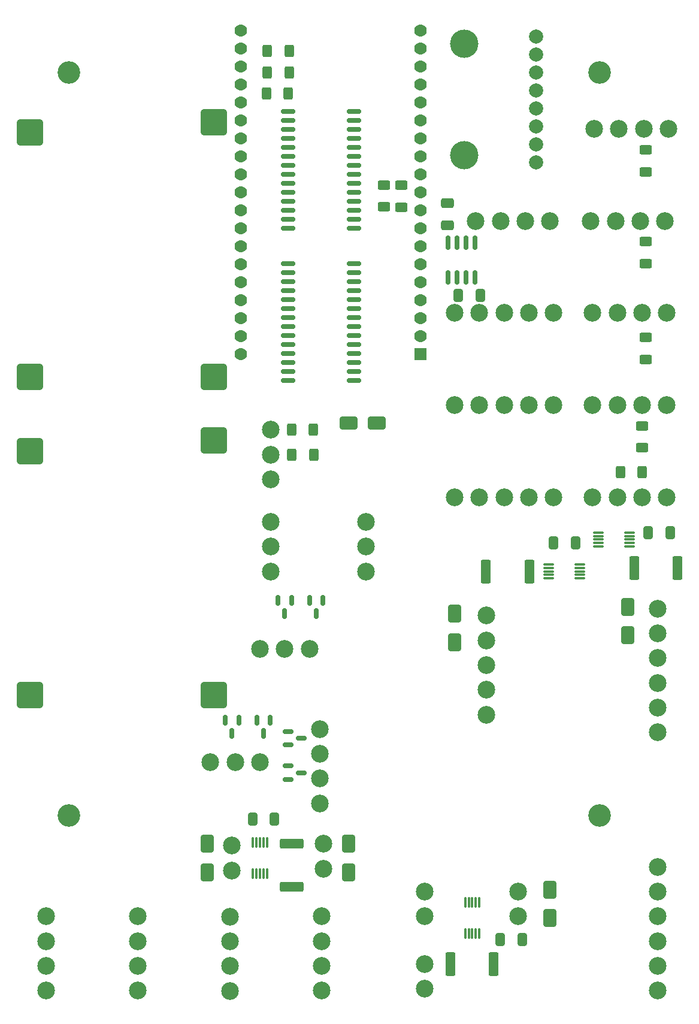
<source format=gbr>
%TF.GenerationSoftware,KiCad,Pcbnew,9.0.6*%
%TF.CreationDate,2025-12-23T13:14:00+01:00*%
%TF.ProjectId,MainBoard,4d61696e-426f-4617-9264-2e6b69636164,rev?*%
%TF.SameCoordinates,Original*%
%TF.FileFunction,Soldermask,Bot*%
%TF.FilePolarity,Negative*%
%FSLAX46Y46*%
G04 Gerber Fmt 4.6, Leading zero omitted, Abs format (unit mm)*
G04 Created by KiCad (PCBNEW 9.0.6) date 2025-12-23 13:14:00*
%MOMM*%
%LPD*%
G01*
G04 APERTURE LIST*
G04 Aperture macros list*
%AMRoundRect*
0 Rectangle with rounded corners*
0 $1 Rounding radius*
0 $2 $3 $4 $5 $6 $7 $8 $9 X,Y pos of 4 corners*
0 Add a 4 corners polygon primitive as box body*
4,1,4,$2,$3,$4,$5,$6,$7,$8,$9,$2,$3,0*
0 Add four circle primitives for the rounded corners*
1,1,$1+$1,$2,$3*
1,1,$1+$1,$4,$5*
1,1,$1+$1,$6,$7*
1,1,$1+$1,$8,$9*
0 Add four rect primitives between the rounded corners*
20,1,$1+$1,$2,$3,$4,$5,0*
20,1,$1+$1,$4,$5,$6,$7,0*
20,1,$1+$1,$6,$7,$8,$9,0*
20,1,$1+$1,$8,$9,$2,$3,0*%
G04 Aperture macros list end*
%ADD10C,2.500000*%
%ADD11C,3.200000*%
%ADD12C,4.000000*%
%ADD13C,2.000000*%
%ADD14RoundRect,0.102000X0.780000X0.780000X-0.780000X0.780000X-0.780000X-0.780000X0.780000X-0.780000X0*%
%ADD15C,1.764000*%
%ADD16RoundRect,0.570000X1.330000X-1.330000X1.330000X1.330000X-1.330000X1.330000X-1.330000X-1.330000X0*%
%ADD17RoundRect,0.150000X-0.150000X0.587500X-0.150000X-0.587500X0.150000X-0.587500X0.150000X0.587500X0*%
%ADD18RoundRect,0.250000X-0.625000X0.400000X-0.625000X-0.400000X0.625000X-0.400000X0.625000X0.400000X0*%
%ADD19RoundRect,0.250000X-0.400000X-0.625000X0.400000X-0.625000X0.400000X0.625000X-0.400000X0.625000X0*%
%ADD20RoundRect,0.250000X0.625000X-0.400000X0.625000X0.400000X-0.625000X0.400000X-0.625000X-0.400000X0*%
%ADD21RoundRect,0.250000X-0.650000X1.000000X-0.650000X-1.000000X0.650000X-1.000000X0.650000X1.000000X0*%
%ADD22RoundRect,0.249999X0.450001X1.425001X-0.450001X1.425001X-0.450001X-1.425001X0.450001X-1.425001X0*%
%ADD23RoundRect,0.250000X0.400000X0.625000X-0.400000X0.625000X-0.400000X-0.625000X0.400000X-0.625000X0*%
%ADD24RoundRect,0.150000X-0.587500X-0.150000X0.587500X-0.150000X0.587500X0.150000X-0.587500X0.150000X0*%
%ADD25RoundRect,0.250000X-0.412500X-0.650000X0.412500X-0.650000X0.412500X0.650000X-0.412500X0.650000X0*%
%ADD26RoundRect,0.075000X-0.075000X0.650000X-0.075000X-0.650000X0.075000X-0.650000X0.075000X0.650000X0*%
%ADD27RoundRect,0.249999X-1.425001X0.450001X-1.425001X-0.450001X1.425001X-0.450001X1.425001X0.450001X0*%
%ADD28RoundRect,0.250000X0.650000X-0.412500X0.650000X0.412500X-0.650000X0.412500X-0.650000X-0.412500X0*%
%ADD29RoundRect,0.150000X0.875000X0.150000X-0.875000X0.150000X-0.875000X-0.150000X0.875000X-0.150000X0*%
%ADD30RoundRect,0.075000X0.650000X0.075000X-0.650000X0.075000X-0.650000X-0.075000X0.650000X-0.075000X0*%
%ADD31RoundRect,0.250000X1.000000X0.650000X-1.000000X0.650000X-1.000000X-0.650000X1.000000X-0.650000X0*%
%ADD32RoundRect,0.250000X0.412500X0.650000X-0.412500X0.650000X-0.412500X-0.650000X0.412500X-0.650000X0*%
%ADD33RoundRect,0.075000X-0.650000X-0.075000X0.650000X-0.075000X0.650000X0.075000X-0.650000X0.075000X0*%
%ADD34RoundRect,0.249999X-0.450001X-1.425001X0.450001X-1.425001X0.450001X1.425001X-0.450001X1.425001X0*%
%ADD35RoundRect,0.150000X0.150000X-0.825000X0.150000X0.825000X-0.150000X0.825000X-0.150000X-0.825000X0*%
G04 APERTURE END LIST*
D10*
%TO.C,J12*%
X62000000Y-131500000D03*
X65500000Y-131500000D03*
X69000000Y-131500000D03*
%TD*%
%TO.C,J16*%
X89500000Y-84000000D03*
X93000000Y-84000000D03*
X96500000Y-84000000D03*
X100000000Y-84000000D03*
X103500000Y-84000000D03*
%TD*%
%TO.C,J11*%
X55000000Y-147500000D03*
X58500000Y-147500000D03*
X62000000Y-147500000D03*
%TD*%
D11*
%TO.C,REF\u002A\u002A*%
X110000000Y-155000000D03*
%TD*%
D10*
%TO.C,J2*%
X57750000Y-179762500D03*
X57750000Y-176262500D03*
X57750000Y-172762500D03*
X57750000Y-169262500D03*
%TD*%
%TO.C,J3*%
X118250000Y-162250000D03*
X118250000Y-165750000D03*
X118250000Y-169250000D03*
X118250000Y-172750000D03*
X118250000Y-176250000D03*
X118250000Y-179750000D03*
%TD*%
D11*
%TO.C,REF\u002A\u002A*%
X35000000Y-50000000D03*
%TD*%
D10*
%TO.C,J25*%
X108750000Y-71000000D03*
X112250000Y-71000000D03*
X115750000Y-71000000D03*
X119250000Y-71000000D03*
%TD*%
%TO.C,J22*%
X63500000Y-107500000D03*
X63500000Y-104000000D03*
X63500000Y-100500000D03*
%TD*%
%TO.C,J24*%
X109237500Y-58000000D03*
X112737500Y-58000000D03*
X116237500Y-58000000D03*
X119737500Y-58000000D03*
%TD*%
%TO.C,J10*%
X58000000Y-162750000D03*
X58000000Y-159250000D03*
%TD*%
%TO.C,J17*%
X94000000Y-126750000D03*
X94000000Y-130250000D03*
X94000000Y-133750000D03*
X94000000Y-137250000D03*
X94000000Y-140750000D03*
%TD*%
%TO.C,J23*%
X89500000Y-110000000D03*
X93000000Y-110000000D03*
X96500000Y-110000000D03*
X100000000Y-110000000D03*
X103500000Y-110000000D03*
%TD*%
%TO.C,J7*%
X44750000Y-179750000D03*
X44750000Y-176250000D03*
X44750000Y-172750000D03*
X44750000Y-169250000D03*
%TD*%
%TO.C,J9*%
X71000000Y-162500000D03*
X71000000Y-159000000D03*
%TD*%
%TO.C,J13*%
X70500000Y-153262500D03*
X70500000Y-149762500D03*
X70500000Y-146262500D03*
X70500000Y-142762500D03*
%TD*%
%TO.C,J5*%
X98500000Y-169250000D03*
X98500000Y-165750000D03*
%TD*%
D11*
%TO.C,REF\u002A\u002A*%
X110000000Y-50000000D03*
%TD*%
D10*
%TO.C,J15*%
X92500000Y-71000000D03*
X96000000Y-71000000D03*
X99500000Y-71000000D03*
X103000000Y-71000000D03*
%TD*%
%TO.C,J27*%
X109000000Y-97000000D03*
X112500000Y-97000000D03*
X116000000Y-97000000D03*
X119500000Y-97000000D03*
%TD*%
%TO.C,J18*%
X118250000Y-125750000D03*
X118250000Y-129250000D03*
X118250000Y-132750000D03*
X118250000Y-136250000D03*
X118250000Y-139750000D03*
X118250000Y-143250000D03*
%TD*%
%TO.C,J19*%
X89500000Y-97000000D03*
X93000000Y-97000000D03*
X96500000Y-97000000D03*
X100000000Y-97000000D03*
X103500000Y-97000000D03*
%TD*%
%TO.C,J8*%
X31750000Y-179750000D03*
X31750000Y-176250000D03*
X31750000Y-172750000D03*
X31750000Y-169250000D03*
%TD*%
%TO.C,J1*%
X70750000Y-179750000D03*
X70750000Y-176250000D03*
X70750000Y-172750000D03*
X70750000Y-169250000D03*
%TD*%
%TO.C,J28*%
X109000000Y-110000000D03*
X112500000Y-110000000D03*
X116000000Y-110000000D03*
X119500000Y-110000000D03*
%TD*%
D12*
%TO.C,J20*%
X90856000Y-61734000D03*
X90856000Y-45986000D03*
D13*
X101016000Y-62750000D03*
X101016000Y-60210000D03*
X101016000Y-57670000D03*
X101016000Y-55130000D03*
X101016000Y-52590000D03*
X101016000Y-50050000D03*
X101016000Y-47510000D03*
X101016000Y-44970000D03*
%TD*%
D14*
%TO.C,U6*%
X84700000Y-89760000D03*
D15*
X84700000Y-87220000D03*
X84700000Y-84680000D03*
X84700000Y-82140000D03*
X84700000Y-79600000D03*
X84700000Y-77060000D03*
X84700000Y-74520000D03*
X84700000Y-71980000D03*
X84700000Y-69440000D03*
X84700000Y-66900000D03*
X84700000Y-64360000D03*
X84700000Y-61820000D03*
X84700000Y-59280000D03*
X84700000Y-56740000D03*
X84700000Y-54200000D03*
X84700000Y-51660000D03*
X84700000Y-49120000D03*
X84700000Y-46580000D03*
X84700000Y-44040000D03*
X59300000Y-89760000D03*
X59300000Y-87220000D03*
X59300000Y-84680000D03*
X59300000Y-82140000D03*
X59300000Y-79600000D03*
X59300000Y-77060000D03*
X59300000Y-74520000D03*
X59300000Y-71980000D03*
X59300000Y-69440000D03*
X59300000Y-66900000D03*
X59300000Y-64360000D03*
X59300000Y-61820000D03*
X59300000Y-59280000D03*
X59300000Y-56740000D03*
X59300000Y-54200000D03*
X59300000Y-51660000D03*
X59300000Y-49120000D03*
X59300000Y-46580000D03*
X59300000Y-44040000D03*
%TD*%
D10*
%TO.C,J6*%
X85250000Y-169250000D03*
X85250000Y-165750000D03*
%TD*%
%TO.C,J14*%
X63500000Y-120500000D03*
X63500000Y-117000000D03*
X63500000Y-113500000D03*
%TD*%
D16*
%TO.C,U4*%
X29500000Y-93000000D03*
X29500000Y-58500000D03*
X55500000Y-93000000D03*
X55500000Y-57000000D03*
%TD*%
%TO.C,U3*%
X29500000Y-138000000D03*
X29500000Y-103500000D03*
X55500000Y-138000000D03*
X55500000Y-102000000D03*
%TD*%
D11*
%TO.C,REF\u002A\u002A*%
X35000000Y-155000000D03*
%TD*%
D10*
%TO.C,J26*%
X109000000Y-84000000D03*
X112500000Y-84000000D03*
X116000000Y-84000000D03*
X119500000Y-84000000D03*
%TD*%
%TO.C,J21*%
X77000000Y-120500000D03*
X77000000Y-117000000D03*
X77000000Y-113500000D03*
%TD*%
%TO.C,J4*%
X85250000Y-179500000D03*
X85250000Y-176000000D03*
%TD*%
D17*
%TO.C,Q5*%
X61550000Y-141562500D03*
X63450000Y-141562500D03*
X62500000Y-143437500D03*
%TD*%
D18*
%TO.C,R6*%
X82000000Y-65950000D03*
X82000000Y-69050000D03*
%TD*%
D19*
%TO.C,R16*%
X112950000Y-106500000D03*
X116050000Y-106500000D03*
%TD*%
D20*
%TO.C,R12*%
X116500000Y-64050000D03*
X116500000Y-60950000D03*
%TD*%
D21*
%TO.C,D2*%
X74500000Y-159000000D03*
X74500000Y-163000000D03*
%TD*%
%TO.C,D3*%
X54500000Y-159000000D03*
X54500000Y-163000000D03*
%TD*%
%TO.C,D8*%
X89500000Y-126500000D03*
X89500000Y-130500000D03*
%TD*%
%TO.C,D1*%
X103000000Y-165500000D03*
X103000000Y-169500000D03*
%TD*%
D22*
%TO.C,R9*%
X121000000Y-120000000D03*
X114900000Y-120000000D03*
%TD*%
D23*
%TO.C,R5*%
X66000000Y-53000000D03*
X62900000Y-53000000D03*
%TD*%
D20*
%TO.C,R14*%
X116500000Y-90550000D03*
X116500000Y-87450000D03*
%TD*%
D24*
%TO.C,Q8*%
X66000000Y-149900000D03*
X66000000Y-148000000D03*
X67875000Y-148950000D03*
%TD*%
D25*
%TO.C,C2*%
X93125000Y-81500000D03*
X90000000Y-81500000D03*
%TD*%
D26*
%TO.C,U5*%
X61000000Y-158800000D03*
X61500000Y-158800000D03*
X62000000Y-158800000D03*
X62500000Y-158800000D03*
X63000000Y-158800000D03*
X63000000Y-163200000D03*
X62500000Y-163200000D03*
X62000000Y-163200000D03*
X61500000Y-163200000D03*
X61000000Y-163200000D03*
%TD*%
D25*
%TO.C,C4*%
X60937500Y-155500000D03*
X64062500Y-155500000D03*
%TD*%
D21*
%TO.C,D9*%
X114000000Y-125500000D03*
X114000000Y-129500000D03*
%TD*%
D17*
%TO.C,Q6*%
X64550000Y-124625000D03*
X66450000Y-124625000D03*
X65500000Y-126500000D03*
%TD*%
D27*
%TO.C,R2*%
X66500000Y-158950000D03*
X66500000Y-165050000D03*
%TD*%
D20*
%TO.C,R13*%
X116500000Y-77000000D03*
X116500000Y-73900000D03*
%TD*%
D28*
%TO.C,C1*%
X88500000Y-71562500D03*
X88500000Y-68437500D03*
%TD*%
D23*
%TO.C,R3*%
X66100000Y-47000000D03*
X63000000Y-47000000D03*
%TD*%
D20*
%TO.C,R15*%
X116000000Y-103050000D03*
X116000000Y-99950000D03*
%TD*%
D29*
%TO.C,U8*%
X75300000Y-55530000D03*
X75300000Y-56800000D03*
X75300000Y-58070000D03*
X75300000Y-59340000D03*
X75300000Y-60610000D03*
X75300000Y-61880000D03*
X75300000Y-63150000D03*
X75300000Y-64420000D03*
X75300000Y-65690000D03*
X75300000Y-66960000D03*
X75300000Y-68230000D03*
X75300000Y-69500000D03*
X75300000Y-70770000D03*
X75300000Y-72040000D03*
X66000000Y-72040000D03*
X66000000Y-70770000D03*
X66000000Y-69500000D03*
X66000000Y-68230000D03*
X66000000Y-66960000D03*
X66000000Y-65690000D03*
X66000000Y-64420000D03*
X66000000Y-63150000D03*
X66000000Y-61880000D03*
X66000000Y-60610000D03*
X66000000Y-59340000D03*
X66000000Y-58070000D03*
X66000000Y-56800000D03*
X66000000Y-55530000D03*
%TD*%
D23*
%TO.C,R4*%
X66100000Y-50000000D03*
X63000000Y-50000000D03*
%TD*%
D29*
%TO.C,U7*%
X75300000Y-77030000D03*
X75300000Y-78300000D03*
X75300000Y-79570000D03*
X75300000Y-80840000D03*
X75300000Y-82110000D03*
X75300000Y-83380000D03*
X75300000Y-84650000D03*
X75300000Y-85920000D03*
X75300000Y-87190000D03*
X75300000Y-88460000D03*
X75300000Y-89730000D03*
X75300000Y-91000000D03*
X75300000Y-92270000D03*
X75300000Y-93540000D03*
X66000000Y-93540000D03*
X66000000Y-92270000D03*
X66000000Y-91000000D03*
X66000000Y-89730000D03*
X66000000Y-88460000D03*
X66000000Y-87190000D03*
X66000000Y-85920000D03*
X66000000Y-84650000D03*
X66000000Y-83380000D03*
X66000000Y-82110000D03*
X66000000Y-80840000D03*
X66000000Y-79570000D03*
X66000000Y-78300000D03*
X66000000Y-77030000D03*
%TD*%
D25*
%TO.C,C6*%
X116875000Y-115000000D03*
X120000000Y-115000000D03*
%TD*%
D17*
%TO.C,Q4*%
X57100000Y-141562500D03*
X59000000Y-141562500D03*
X58050000Y-143437500D03*
%TD*%
D30*
%TO.C,U9*%
X107200000Y-119500000D03*
X107200000Y-120000000D03*
X107200000Y-120500000D03*
X107200000Y-121000000D03*
X107200000Y-121500000D03*
X102800000Y-121500000D03*
X102800000Y-121000000D03*
X102800000Y-120500000D03*
X102800000Y-120000000D03*
X102800000Y-119500000D03*
%TD*%
D25*
%TO.C,C3*%
X95937500Y-172500000D03*
X99062500Y-172500000D03*
%TD*%
D31*
%TO.C,D4*%
X78500000Y-99500000D03*
X74500000Y-99500000D03*
%TD*%
D26*
%TO.C,U2*%
X91000000Y-167300000D03*
X91500000Y-167300000D03*
X92000000Y-167300000D03*
X92500000Y-167300000D03*
X93000000Y-167300000D03*
X93000000Y-171700000D03*
X92500000Y-171700000D03*
X92000000Y-171700000D03*
X91500000Y-171700000D03*
X91000000Y-171700000D03*
%TD*%
D17*
%TO.C,Q7*%
X69000000Y-124625000D03*
X70900000Y-124625000D03*
X69950000Y-126500000D03*
%TD*%
D19*
%TO.C,R10*%
X66500000Y-104000000D03*
X69600000Y-104000000D03*
%TD*%
D32*
%TO.C,C5*%
X106625000Y-116500000D03*
X103500000Y-116500000D03*
%TD*%
D23*
%TO.C,R11*%
X69550000Y-100500000D03*
X66450000Y-100500000D03*
%TD*%
D24*
%TO.C,Q9*%
X66000000Y-145000000D03*
X66000000Y-143100000D03*
X67875000Y-144050000D03*
%TD*%
D18*
%TO.C,R7*%
X79500000Y-65900000D03*
X79500000Y-69000000D03*
%TD*%
D33*
%TO.C,U10*%
X109800000Y-117000000D03*
X109800000Y-116500000D03*
X109800000Y-116000000D03*
X109800000Y-115500000D03*
X109800000Y-115000000D03*
X114200000Y-115000000D03*
X114200000Y-115500000D03*
X114200000Y-116000000D03*
X114200000Y-116500000D03*
X114200000Y-117000000D03*
%TD*%
D34*
%TO.C,R1*%
X88950000Y-176000000D03*
X95050000Y-176000000D03*
%TD*%
D35*
%TO.C,U1*%
X92405000Y-78975000D03*
X91135000Y-78975000D03*
X89865000Y-78975000D03*
X88595000Y-78975000D03*
X88595000Y-74025000D03*
X89865000Y-74025000D03*
X91135000Y-74025000D03*
X92405000Y-74025000D03*
%TD*%
D34*
%TO.C,R8*%
X93950000Y-120500000D03*
X100050000Y-120500000D03*
%TD*%
M02*

</source>
